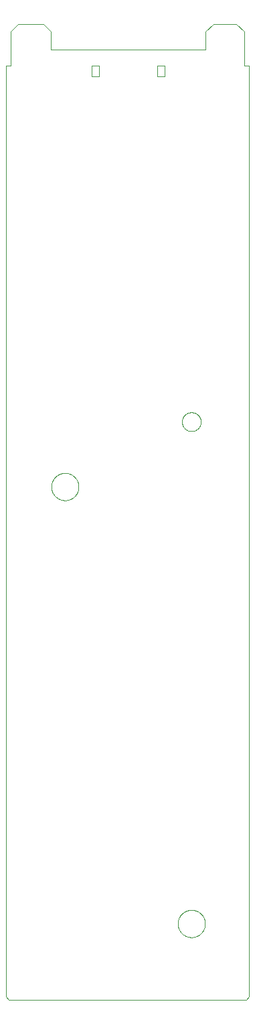
<source format=gko>
G75*
%MOIN*%
%OFA0B0*%
%FSLAX25Y25*%
%IPPOS*%
%LPD*%
%AMOC8*
5,1,8,0,0,1.08239X$1,22.5*
%
%ADD10C,0.00000*%
%ADD11C,0.00039*%
%ADD12C,0.00004*%
D10*
X0024675Y0048494D02*
X0023297Y0049872D01*
X0023297Y0513061D01*
X0025659Y0513061D01*
X0025659Y0529951D01*
X0029400Y0533691D01*
X0041801Y0533691D01*
X0045541Y0529951D01*
X0045541Y0520935D01*
X0045828Y0303612D02*
X0045830Y0303779D01*
X0045836Y0303946D01*
X0045846Y0304112D01*
X0045861Y0304279D01*
X0045879Y0304444D01*
X0045902Y0304610D01*
X0045928Y0304775D01*
X0045959Y0304939D01*
X0045993Y0305102D01*
X0046032Y0305264D01*
X0046074Y0305426D01*
X0046121Y0305586D01*
X0046171Y0305745D01*
X0046226Y0305903D01*
X0046284Y0306059D01*
X0046346Y0306214D01*
X0046411Y0306368D01*
X0046481Y0306519D01*
X0046554Y0306669D01*
X0046631Y0306817D01*
X0046711Y0306964D01*
X0046795Y0307108D01*
X0046883Y0307250D01*
X0046974Y0307390D01*
X0047068Y0307527D01*
X0047166Y0307663D01*
X0047267Y0307796D01*
X0047372Y0307926D01*
X0047479Y0308054D01*
X0047590Y0308179D01*
X0047703Y0308301D01*
X0047820Y0308420D01*
X0047939Y0308537D01*
X0048061Y0308650D01*
X0048186Y0308761D01*
X0048314Y0308868D01*
X0048444Y0308973D01*
X0048577Y0309074D01*
X0048713Y0309172D01*
X0048850Y0309266D01*
X0048990Y0309357D01*
X0049132Y0309445D01*
X0049276Y0309529D01*
X0049423Y0309609D01*
X0049571Y0309686D01*
X0049721Y0309759D01*
X0049872Y0309829D01*
X0050026Y0309894D01*
X0050181Y0309956D01*
X0050337Y0310014D01*
X0050495Y0310069D01*
X0050654Y0310119D01*
X0050814Y0310166D01*
X0050976Y0310208D01*
X0051138Y0310247D01*
X0051301Y0310281D01*
X0051465Y0310312D01*
X0051630Y0310338D01*
X0051796Y0310361D01*
X0051961Y0310379D01*
X0052128Y0310394D01*
X0052294Y0310404D01*
X0052461Y0310410D01*
X0052628Y0310412D01*
X0052795Y0310410D01*
X0052962Y0310404D01*
X0053128Y0310394D01*
X0053295Y0310379D01*
X0053460Y0310361D01*
X0053626Y0310338D01*
X0053791Y0310312D01*
X0053955Y0310281D01*
X0054118Y0310247D01*
X0054280Y0310208D01*
X0054442Y0310166D01*
X0054602Y0310119D01*
X0054761Y0310069D01*
X0054919Y0310014D01*
X0055075Y0309956D01*
X0055230Y0309894D01*
X0055384Y0309829D01*
X0055535Y0309759D01*
X0055685Y0309686D01*
X0055833Y0309609D01*
X0055980Y0309529D01*
X0056124Y0309445D01*
X0056266Y0309357D01*
X0056406Y0309266D01*
X0056543Y0309172D01*
X0056679Y0309074D01*
X0056812Y0308973D01*
X0056942Y0308868D01*
X0057070Y0308761D01*
X0057195Y0308650D01*
X0057317Y0308537D01*
X0057436Y0308420D01*
X0057553Y0308301D01*
X0057666Y0308179D01*
X0057777Y0308054D01*
X0057884Y0307926D01*
X0057989Y0307796D01*
X0058090Y0307663D01*
X0058188Y0307527D01*
X0058282Y0307390D01*
X0058373Y0307250D01*
X0058461Y0307108D01*
X0058545Y0306964D01*
X0058625Y0306817D01*
X0058702Y0306669D01*
X0058775Y0306519D01*
X0058845Y0306368D01*
X0058910Y0306214D01*
X0058972Y0306059D01*
X0059030Y0305903D01*
X0059085Y0305745D01*
X0059135Y0305586D01*
X0059182Y0305426D01*
X0059224Y0305264D01*
X0059263Y0305102D01*
X0059297Y0304939D01*
X0059328Y0304775D01*
X0059354Y0304610D01*
X0059377Y0304444D01*
X0059395Y0304279D01*
X0059410Y0304112D01*
X0059420Y0303946D01*
X0059426Y0303779D01*
X0059428Y0303612D01*
X0059426Y0303445D01*
X0059420Y0303278D01*
X0059410Y0303112D01*
X0059395Y0302945D01*
X0059377Y0302780D01*
X0059354Y0302614D01*
X0059328Y0302449D01*
X0059297Y0302285D01*
X0059263Y0302122D01*
X0059224Y0301960D01*
X0059182Y0301798D01*
X0059135Y0301638D01*
X0059085Y0301479D01*
X0059030Y0301321D01*
X0058972Y0301165D01*
X0058910Y0301010D01*
X0058845Y0300856D01*
X0058775Y0300705D01*
X0058702Y0300555D01*
X0058625Y0300407D01*
X0058545Y0300260D01*
X0058461Y0300116D01*
X0058373Y0299974D01*
X0058282Y0299834D01*
X0058188Y0299697D01*
X0058090Y0299561D01*
X0057989Y0299428D01*
X0057884Y0299298D01*
X0057777Y0299170D01*
X0057666Y0299045D01*
X0057553Y0298923D01*
X0057436Y0298804D01*
X0057317Y0298687D01*
X0057195Y0298574D01*
X0057070Y0298463D01*
X0056942Y0298356D01*
X0056812Y0298251D01*
X0056679Y0298150D01*
X0056543Y0298052D01*
X0056406Y0297958D01*
X0056266Y0297867D01*
X0056124Y0297779D01*
X0055980Y0297695D01*
X0055833Y0297615D01*
X0055685Y0297538D01*
X0055535Y0297465D01*
X0055384Y0297395D01*
X0055230Y0297330D01*
X0055075Y0297268D01*
X0054919Y0297210D01*
X0054761Y0297155D01*
X0054602Y0297105D01*
X0054442Y0297058D01*
X0054280Y0297016D01*
X0054118Y0296977D01*
X0053955Y0296943D01*
X0053791Y0296912D01*
X0053626Y0296886D01*
X0053460Y0296863D01*
X0053295Y0296845D01*
X0053128Y0296830D01*
X0052962Y0296820D01*
X0052795Y0296814D01*
X0052628Y0296812D01*
X0052461Y0296814D01*
X0052294Y0296820D01*
X0052128Y0296830D01*
X0051961Y0296845D01*
X0051796Y0296863D01*
X0051630Y0296886D01*
X0051465Y0296912D01*
X0051301Y0296943D01*
X0051138Y0296977D01*
X0050976Y0297016D01*
X0050814Y0297058D01*
X0050654Y0297105D01*
X0050495Y0297155D01*
X0050337Y0297210D01*
X0050181Y0297268D01*
X0050026Y0297330D01*
X0049872Y0297395D01*
X0049721Y0297465D01*
X0049571Y0297538D01*
X0049423Y0297615D01*
X0049276Y0297695D01*
X0049132Y0297779D01*
X0048990Y0297867D01*
X0048850Y0297958D01*
X0048713Y0298052D01*
X0048577Y0298150D01*
X0048444Y0298251D01*
X0048314Y0298356D01*
X0048186Y0298463D01*
X0048061Y0298574D01*
X0047939Y0298687D01*
X0047820Y0298804D01*
X0047703Y0298923D01*
X0047590Y0299045D01*
X0047479Y0299170D01*
X0047372Y0299298D01*
X0047267Y0299428D01*
X0047166Y0299561D01*
X0047068Y0299697D01*
X0046974Y0299834D01*
X0046883Y0299974D01*
X0046795Y0300116D01*
X0046711Y0300260D01*
X0046631Y0300407D01*
X0046554Y0300555D01*
X0046481Y0300705D01*
X0046411Y0300856D01*
X0046346Y0301010D01*
X0046284Y0301165D01*
X0046226Y0301321D01*
X0046171Y0301479D01*
X0046121Y0301638D01*
X0046074Y0301798D01*
X0046032Y0301960D01*
X0045993Y0302122D01*
X0045959Y0302285D01*
X0045928Y0302449D01*
X0045902Y0302614D01*
X0045879Y0302780D01*
X0045861Y0302945D01*
X0045846Y0303112D01*
X0045836Y0303278D01*
X0045830Y0303445D01*
X0045828Y0303612D01*
X0110920Y0335896D02*
X0110922Y0336033D01*
X0110928Y0336169D01*
X0110938Y0336306D01*
X0110952Y0336442D01*
X0110970Y0336577D01*
X0110991Y0336712D01*
X0111017Y0336846D01*
X0111047Y0336980D01*
X0111080Y0337112D01*
X0111117Y0337244D01*
X0111159Y0337374D01*
X0111203Y0337503D01*
X0111252Y0337631D01*
X0111304Y0337758D01*
X0111360Y0337882D01*
X0111420Y0338005D01*
X0111483Y0338127D01*
X0111550Y0338246D01*
X0111620Y0338363D01*
X0111693Y0338479D01*
X0111770Y0338592D01*
X0111850Y0338703D01*
X0111933Y0338811D01*
X0112020Y0338917D01*
X0112109Y0339021D01*
X0112201Y0339121D01*
X0112297Y0339219D01*
X0112395Y0339315D01*
X0112495Y0339407D01*
X0112599Y0339496D01*
X0112705Y0339583D01*
X0112813Y0339666D01*
X0112924Y0339746D01*
X0113037Y0339823D01*
X0113153Y0339896D01*
X0113270Y0339966D01*
X0113389Y0340033D01*
X0113511Y0340096D01*
X0113634Y0340156D01*
X0113758Y0340212D01*
X0113885Y0340264D01*
X0114013Y0340313D01*
X0114142Y0340357D01*
X0114272Y0340399D01*
X0114404Y0340436D01*
X0114536Y0340469D01*
X0114670Y0340499D01*
X0114804Y0340525D01*
X0114939Y0340546D01*
X0115074Y0340564D01*
X0115210Y0340578D01*
X0115347Y0340588D01*
X0115483Y0340594D01*
X0115620Y0340596D01*
X0115757Y0340594D01*
X0115893Y0340588D01*
X0116030Y0340578D01*
X0116166Y0340564D01*
X0116301Y0340546D01*
X0116436Y0340525D01*
X0116570Y0340499D01*
X0116704Y0340469D01*
X0116836Y0340436D01*
X0116968Y0340399D01*
X0117098Y0340357D01*
X0117227Y0340313D01*
X0117355Y0340264D01*
X0117482Y0340212D01*
X0117606Y0340156D01*
X0117729Y0340096D01*
X0117851Y0340033D01*
X0117970Y0339966D01*
X0118087Y0339896D01*
X0118203Y0339823D01*
X0118316Y0339746D01*
X0118427Y0339666D01*
X0118535Y0339583D01*
X0118641Y0339496D01*
X0118745Y0339407D01*
X0118845Y0339315D01*
X0118943Y0339219D01*
X0119039Y0339121D01*
X0119131Y0339021D01*
X0119220Y0338917D01*
X0119307Y0338811D01*
X0119390Y0338703D01*
X0119470Y0338592D01*
X0119547Y0338479D01*
X0119620Y0338363D01*
X0119690Y0338246D01*
X0119757Y0338127D01*
X0119820Y0338005D01*
X0119880Y0337882D01*
X0119936Y0337758D01*
X0119988Y0337631D01*
X0120037Y0337503D01*
X0120081Y0337374D01*
X0120123Y0337244D01*
X0120160Y0337112D01*
X0120193Y0336980D01*
X0120223Y0336846D01*
X0120249Y0336712D01*
X0120270Y0336577D01*
X0120288Y0336442D01*
X0120302Y0336306D01*
X0120312Y0336169D01*
X0120318Y0336033D01*
X0120320Y0335896D01*
X0120318Y0335759D01*
X0120312Y0335623D01*
X0120302Y0335486D01*
X0120288Y0335350D01*
X0120270Y0335215D01*
X0120249Y0335080D01*
X0120223Y0334946D01*
X0120193Y0334812D01*
X0120160Y0334680D01*
X0120123Y0334548D01*
X0120081Y0334418D01*
X0120037Y0334289D01*
X0119988Y0334161D01*
X0119936Y0334034D01*
X0119880Y0333910D01*
X0119820Y0333787D01*
X0119757Y0333665D01*
X0119690Y0333546D01*
X0119620Y0333429D01*
X0119547Y0333313D01*
X0119470Y0333200D01*
X0119390Y0333089D01*
X0119307Y0332981D01*
X0119220Y0332875D01*
X0119131Y0332771D01*
X0119039Y0332671D01*
X0118943Y0332573D01*
X0118845Y0332477D01*
X0118745Y0332385D01*
X0118641Y0332296D01*
X0118535Y0332209D01*
X0118427Y0332126D01*
X0118316Y0332046D01*
X0118203Y0331969D01*
X0118087Y0331896D01*
X0117970Y0331826D01*
X0117851Y0331759D01*
X0117729Y0331696D01*
X0117606Y0331636D01*
X0117482Y0331580D01*
X0117355Y0331528D01*
X0117227Y0331479D01*
X0117098Y0331435D01*
X0116968Y0331393D01*
X0116836Y0331356D01*
X0116704Y0331323D01*
X0116570Y0331293D01*
X0116436Y0331267D01*
X0116301Y0331246D01*
X0116166Y0331228D01*
X0116030Y0331214D01*
X0115893Y0331204D01*
X0115757Y0331198D01*
X0115620Y0331196D01*
X0115483Y0331198D01*
X0115347Y0331204D01*
X0115210Y0331214D01*
X0115074Y0331228D01*
X0114939Y0331246D01*
X0114804Y0331267D01*
X0114670Y0331293D01*
X0114536Y0331323D01*
X0114404Y0331356D01*
X0114272Y0331393D01*
X0114142Y0331435D01*
X0114013Y0331479D01*
X0113885Y0331528D01*
X0113758Y0331580D01*
X0113634Y0331636D01*
X0113511Y0331696D01*
X0113389Y0331759D01*
X0113270Y0331826D01*
X0113153Y0331896D01*
X0113037Y0331969D01*
X0112924Y0332046D01*
X0112813Y0332126D01*
X0112705Y0332209D01*
X0112599Y0332296D01*
X0112495Y0332385D01*
X0112395Y0332477D01*
X0112297Y0332573D01*
X0112201Y0332671D01*
X0112109Y0332771D01*
X0112020Y0332875D01*
X0111933Y0332981D01*
X0111850Y0333089D01*
X0111770Y0333200D01*
X0111693Y0333313D01*
X0111620Y0333429D01*
X0111550Y0333546D01*
X0111483Y0333665D01*
X0111420Y0333787D01*
X0111360Y0333910D01*
X0111304Y0334034D01*
X0111252Y0334161D01*
X0111203Y0334289D01*
X0111159Y0334418D01*
X0111117Y0334548D01*
X0111080Y0334680D01*
X0111047Y0334812D01*
X0111017Y0334946D01*
X0110991Y0335080D01*
X0110970Y0335215D01*
X0110952Y0335350D01*
X0110938Y0335486D01*
X0110928Y0335623D01*
X0110922Y0335759D01*
X0110920Y0335896D01*
X0141801Y0513061D02*
X0141801Y0529951D01*
X0138061Y0533691D01*
X0126447Y0533691D01*
X0122707Y0529951D01*
X0122707Y0520935D01*
X0141801Y0513061D02*
X0144163Y0513061D01*
X0144163Y0049872D01*
X0142785Y0048494D01*
X0024675Y0048494D01*
X0108820Y0086289D02*
X0108822Y0086456D01*
X0108828Y0086623D01*
X0108838Y0086789D01*
X0108853Y0086956D01*
X0108871Y0087121D01*
X0108894Y0087287D01*
X0108920Y0087452D01*
X0108951Y0087616D01*
X0108985Y0087779D01*
X0109024Y0087941D01*
X0109066Y0088103D01*
X0109113Y0088263D01*
X0109163Y0088422D01*
X0109218Y0088580D01*
X0109276Y0088736D01*
X0109338Y0088891D01*
X0109403Y0089045D01*
X0109473Y0089196D01*
X0109546Y0089346D01*
X0109623Y0089494D01*
X0109703Y0089641D01*
X0109787Y0089785D01*
X0109875Y0089927D01*
X0109966Y0090067D01*
X0110060Y0090204D01*
X0110158Y0090340D01*
X0110259Y0090473D01*
X0110364Y0090603D01*
X0110471Y0090731D01*
X0110582Y0090856D01*
X0110695Y0090978D01*
X0110812Y0091097D01*
X0110931Y0091214D01*
X0111053Y0091327D01*
X0111178Y0091438D01*
X0111306Y0091545D01*
X0111436Y0091650D01*
X0111569Y0091751D01*
X0111705Y0091849D01*
X0111842Y0091943D01*
X0111982Y0092034D01*
X0112124Y0092122D01*
X0112268Y0092206D01*
X0112415Y0092286D01*
X0112563Y0092363D01*
X0112713Y0092436D01*
X0112864Y0092506D01*
X0113018Y0092571D01*
X0113173Y0092633D01*
X0113329Y0092691D01*
X0113487Y0092746D01*
X0113646Y0092796D01*
X0113806Y0092843D01*
X0113968Y0092885D01*
X0114130Y0092924D01*
X0114293Y0092958D01*
X0114457Y0092989D01*
X0114622Y0093015D01*
X0114788Y0093038D01*
X0114953Y0093056D01*
X0115120Y0093071D01*
X0115286Y0093081D01*
X0115453Y0093087D01*
X0115620Y0093089D01*
X0115787Y0093087D01*
X0115954Y0093081D01*
X0116120Y0093071D01*
X0116287Y0093056D01*
X0116452Y0093038D01*
X0116618Y0093015D01*
X0116783Y0092989D01*
X0116947Y0092958D01*
X0117110Y0092924D01*
X0117272Y0092885D01*
X0117434Y0092843D01*
X0117594Y0092796D01*
X0117753Y0092746D01*
X0117911Y0092691D01*
X0118067Y0092633D01*
X0118222Y0092571D01*
X0118376Y0092506D01*
X0118527Y0092436D01*
X0118677Y0092363D01*
X0118825Y0092286D01*
X0118972Y0092206D01*
X0119116Y0092122D01*
X0119258Y0092034D01*
X0119398Y0091943D01*
X0119535Y0091849D01*
X0119671Y0091751D01*
X0119804Y0091650D01*
X0119934Y0091545D01*
X0120062Y0091438D01*
X0120187Y0091327D01*
X0120309Y0091214D01*
X0120428Y0091097D01*
X0120545Y0090978D01*
X0120658Y0090856D01*
X0120769Y0090731D01*
X0120876Y0090603D01*
X0120981Y0090473D01*
X0121082Y0090340D01*
X0121180Y0090204D01*
X0121274Y0090067D01*
X0121365Y0089927D01*
X0121453Y0089785D01*
X0121537Y0089641D01*
X0121617Y0089494D01*
X0121694Y0089346D01*
X0121767Y0089196D01*
X0121837Y0089045D01*
X0121902Y0088891D01*
X0121964Y0088736D01*
X0122022Y0088580D01*
X0122077Y0088422D01*
X0122127Y0088263D01*
X0122174Y0088103D01*
X0122216Y0087941D01*
X0122255Y0087779D01*
X0122289Y0087616D01*
X0122320Y0087452D01*
X0122346Y0087287D01*
X0122369Y0087121D01*
X0122387Y0086956D01*
X0122402Y0086789D01*
X0122412Y0086623D01*
X0122418Y0086456D01*
X0122420Y0086289D01*
X0122418Y0086122D01*
X0122412Y0085955D01*
X0122402Y0085789D01*
X0122387Y0085622D01*
X0122369Y0085457D01*
X0122346Y0085291D01*
X0122320Y0085126D01*
X0122289Y0084962D01*
X0122255Y0084799D01*
X0122216Y0084637D01*
X0122174Y0084475D01*
X0122127Y0084315D01*
X0122077Y0084156D01*
X0122022Y0083998D01*
X0121964Y0083842D01*
X0121902Y0083687D01*
X0121837Y0083533D01*
X0121767Y0083382D01*
X0121694Y0083232D01*
X0121617Y0083084D01*
X0121537Y0082937D01*
X0121453Y0082793D01*
X0121365Y0082651D01*
X0121274Y0082511D01*
X0121180Y0082374D01*
X0121082Y0082238D01*
X0120981Y0082105D01*
X0120876Y0081975D01*
X0120769Y0081847D01*
X0120658Y0081722D01*
X0120545Y0081600D01*
X0120428Y0081481D01*
X0120309Y0081364D01*
X0120187Y0081251D01*
X0120062Y0081140D01*
X0119934Y0081033D01*
X0119804Y0080928D01*
X0119671Y0080827D01*
X0119535Y0080729D01*
X0119398Y0080635D01*
X0119258Y0080544D01*
X0119116Y0080456D01*
X0118972Y0080372D01*
X0118825Y0080292D01*
X0118677Y0080215D01*
X0118527Y0080142D01*
X0118376Y0080072D01*
X0118222Y0080007D01*
X0118067Y0079945D01*
X0117911Y0079887D01*
X0117753Y0079832D01*
X0117594Y0079782D01*
X0117434Y0079735D01*
X0117272Y0079693D01*
X0117110Y0079654D01*
X0116947Y0079620D01*
X0116783Y0079589D01*
X0116618Y0079563D01*
X0116452Y0079540D01*
X0116287Y0079522D01*
X0116120Y0079507D01*
X0115954Y0079497D01*
X0115787Y0079491D01*
X0115620Y0079489D01*
X0115453Y0079491D01*
X0115286Y0079497D01*
X0115120Y0079507D01*
X0114953Y0079522D01*
X0114788Y0079540D01*
X0114622Y0079563D01*
X0114457Y0079589D01*
X0114293Y0079620D01*
X0114130Y0079654D01*
X0113968Y0079693D01*
X0113806Y0079735D01*
X0113646Y0079782D01*
X0113487Y0079832D01*
X0113329Y0079887D01*
X0113173Y0079945D01*
X0113018Y0080007D01*
X0112864Y0080072D01*
X0112713Y0080142D01*
X0112563Y0080215D01*
X0112415Y0080292D01*
X0112268Y0080372D01*
X0112124Y0080456D01*
X0111982Y0080544D01*
X0111842Y0080635D01*
X0111705Y0080729D01*
X0111569Y0080827D01*
X0111436Y0080928D01*
X0111306Y0081033D01*
X0111178Y0081140D01*
X0111053Y0081251D01*
X0110931Y0081364D01*
X0110812Y0081481D01*
X0110695Y0081600D01*
X0110582Y0081722D01*
X0110471Y0081847D01*
X0110364Y0081975D01*
X0110259Y0082105D01*
X0110158Y0082238D01*
X0110060Y0082374D01*
X0109966Y0082511D01*
X0109875Y0082651D01*
X0109787Y0082793D01*
X0109703Y0082937D01*
X0109623Y0083084D01*
X0109546Y0083232D01*
X0109473Y0083382D01*
X0109403Y0083533D01*
X0109338Y0083687D01*
X0109276Y0083842D01*
X0109218Y0083998D01*
X0109163Y0084156D01*
X0109113Y0084315D01*
X0109066Y0084475D01*
X0109024Y0084637D01*
X0108985Y0084799D01*
X0108951Y0084962D01*
X0108920Y0085126D01*
X0108894Y0085291D01*
X0108871Y0085457D01*
X0108853Y0085622D01*
X0108838Y0085789D01*
X0108828Y0085955D01*
X0108822Y0086122D01*
X0108820Y0086289D01*
D11*
X0102431Y0507746D02*
X0098494Y0507746D01*
X0098494Y0512864D01*
X0102431Y0512864D01*
X0102431Y0507746D01*
X0069754Y0507746D02*
X0065817Y0507746D01*
X0065817Y0512864D01*
X0069754Y0512864D01*
X0069754Y0507746D01*
D12*
X0045541Y0520935D02*
X0122707Y0520935D01*
M02*

</source>
